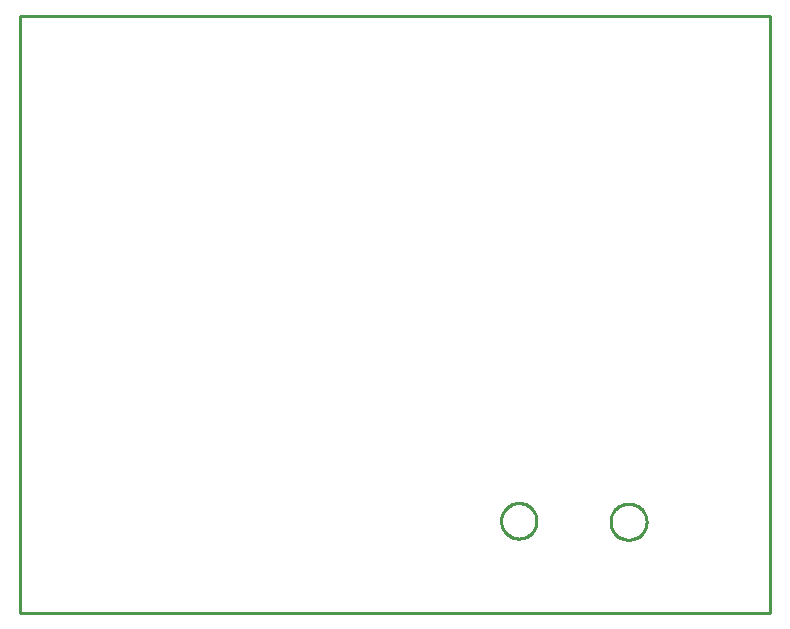
<source format=gbr>
G04 EAGLE Gerber RS-274X export*
G75*
%MOMM*%
%FSLAX34Y34*%
%LPD*%
%IN*%
%IPPOS*%
%AMOC8*
5,1,8,0,0,1.08239X$1,22.5*%
G01*
%ADD10C,0.254000*%


D10*
X0Y0D02*
X634800Y0D01*
X634800Y504700D01*
X0Y504700D01*
X0Y0D01*
X530190Y76315D02*
X530112Y75229D01*
X529957Y74151D01*
X529726Y73086D01*
X529419Y72041D01*
X529038Y71020D01*
X528586Y70030D01*
X528064Y69073D01*
X527475Y68157D01*
X526822Y67285D01*
X526109Y66462D01*
X525338Y65692D01*
X524515Y64978D01*
X523643Y64325D01*
X522727Y63736D01*
X521771Y63214D01*
X520780Y62762D01*
X519759Y62381D01*
X518714Y62074D01*
X517649Y61843D01*
X516571Y61688D01*
X515485Y61610D01*
X514395Y61610D01*
X513309Y61688D01*
X512231Y61843D01*
X511166Y62074D01*
X510121Y62381D01*
X509100Y62762D01*
X508110Y63214D01*
X507153Y63736D01*
X506237Y64325D01*
X505365Y64978D01*
X504542Y65692D01*
X503772Y66462D01*
X503058Y67285D01*
X502405Y68157D01*
X501816Y69073D01*
X501294Y70030D01*
X500842Y71020D01*
X500461Y72041D01*
X500154Y73086D01*
X499923Y74151D01*
X499768Y75229D01*
X499690Y76315D01*
X499690Y77405D01*
X499768Y78491D01*
X499923Y79569D01*
X500154Y80634D01*
X500461Y81679D01*
X500842Y82700D01*
X501294Y83691D01*
X501816Y84647D01*
X502405Y85563D01*
X503058Y86435D01*
X503772Y87258D01*
X504542Y88029D01*
X505365Y88742D01*
X506237Y89395D01*
X507153Y89984D01*
X508110Y90506D01*
X509100Y90958D01*
X510121Y91339D01*
X511166Y91646D01*
X512231Y91877D01*
X513309Y92032D01*
X514395Y92110D01*
X515485Y92110D01*
X516571Y92032D01*
X517649Y91877D01*
X518714Y91646D01*
X519759Y91339D01*
X520780Y90958D01*
X521771Y90506D01*
X522727Y89984D01*
X523643Y89395D01*
X524515Y88742D01*
X525338Y88029D01*
X526109Y87258D01*
X526822Y86435D01*
X527475Y85563D01*
X528064Y84647D01*
X528586Y83691D01*
X529038Y82700D01*
X529419Y81679D01*
X529726Y80634D01*
X529957Y79569D01*
X530112Y78491D01*
X530190Y77405D01*
X530190Y76315D01*
X436994Y77113D02*
X436918Y76045D01*
X436766Y74985D01*
X436538Y73939D01*
X436236Y72912D01*
X435862Y71909D01*
X435418Y70936D01*
X434905Y69996D01*
X434326Y69095D01*
X433684Y68239D01*
X432983Y67430D01*
X432227Y66673D01*
X431418Y65972D01*
X430561Y65330D01*
X429660Y64751D01*
X428721Y64238D01*
X427747Y63794D01*
X426744Y63420D01*
X425717Y63118D01*
X424671Y62891D01*
X423611Y62738D01*
X422544Y62662D01*
X421473Y62662D01*
X420405Y62738D01*
X419346Y62891D01*
X418300Y63118D01*
X417273Y63420D01*
X416270Y63794D01*
X415296Y64238D01*
X414357Y64751D01*
X413456Y65330D01*
X412599Y65972D01*
X411790Y66673D01*
X411033Y67430D01*
X410332Y68239D01*
X409691Y69095D01*
X409112Y69996D01*
X408599Y70936D01*
X408154Y71909D01*
X407780Y72912D01*
X407479Y73939D01*
X407251Y74985D01*
X407099Y76045D01*
X407022Y77113D01*
X407022Y78183D01*
X407099Y79251D01*
X407251Y80310D01*
X407479Y81356D01*
X407780Y82383D01*
X408154Y83386D01*
X408599Y84360D01*
X409112Y85300D01*
X409691Y86200D01*
X410332Y87057D01*
X411033Y87866D01*
X411790Y88623D01*
X412599Y89324D01*
X413456Y89965D01*
X414357Y90544D01*
X415296Y91057D01*
X416270Y91502D01*
X417273Y91876D01*
X418300Y92178D01*
X419346Y92405D01*
X420405Y92557D01*
X421473Y92634D01*
X422544Y92634D01*
X423611Y92557D01*
X424671Y92405D01*
X425717Y92178D01*
X426744Y91876D01*
X427747Y91502D01*
X428721Y91057D01*
X429660Y90544D01*
X430561Y89965D01*
X431418Y89324D01*
X432227Y88623D01*
X432983Y87866D01*
X433684Y87057D01*
X434326Y86200D01*
X434905Y85300D01*
X435418Y84360D01*
X435862Y83386D01*
X436236Y82383D01*
X436538Y81356D01*
X436766Y80310D01*
X436918Y79251D01*
X436994Y78183D01*
X436994Y77113D01*
M02*

</source>
